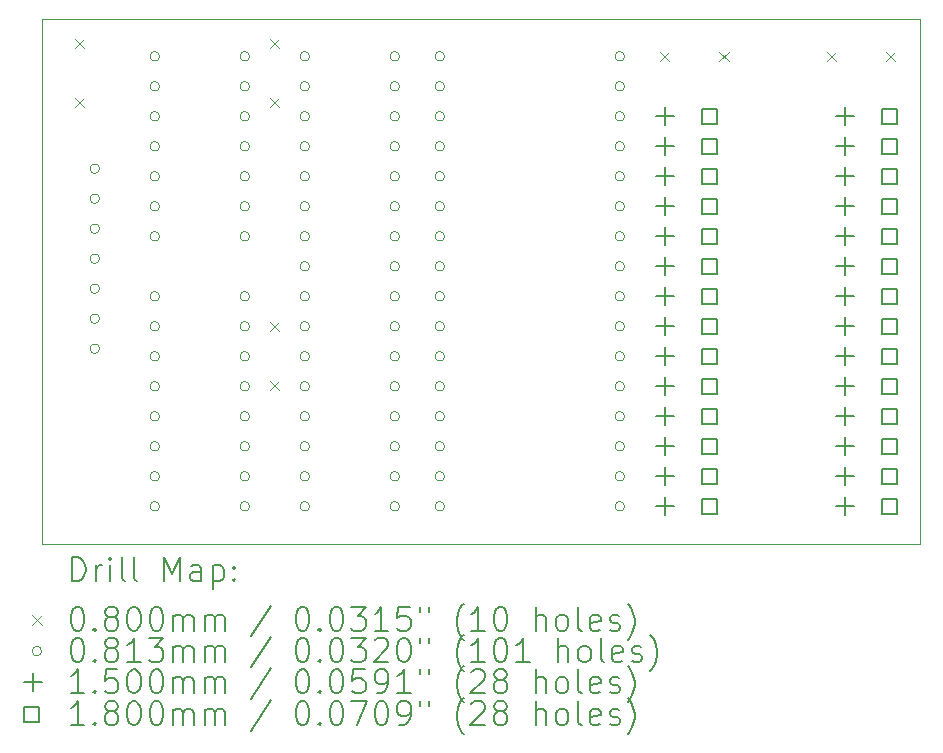
<source format=gbr>
%FSLAX45Y45*%
G04 Gerber Fmt 4.5, Leading zero omitted, Abs format (unit mm)*
G04 Created by KiCad (PCBNEW (6.0.6)) date 2022-10-18 23:29:13*
%MOMM*%
%LPD*%
G01*
G04 APERTURE LIST*
%TA.AperFunction,Profile*%
%ADD10C,0.100000*%
%TD*%
%ADD11C,0.200000*%
%ADD12C,0.080000*%
%ADD13C,0.081280*%
%ADD14C,0.150000*%
%ADD15C,0.180000*%
G04 APERTURE END LIST*
D10*
X21145500Y-9715500D02*
X28575000Y-9715500D01*
X28575000Y-9715500D02*
X28575000Y-14160500D01*
X21145500Y-9715500D02*
X21145500Y-14160500D01*
X21145500Y-14160500D02*
X28575000Y-14160500D01*
D11*
D12*
X21423000Y-9886700D02*
X21503000Y-9966700D01*
X21503000Y-9886700D02*
X21423000Y-9966700D01*
X21423000Y-10386700D02*
X21503000Y-10466700D01*
X21503000Y-10386700D02*
X21423000Y-10466700D01*
X23074000Y-9886700D02*
X23154000Y-9966700D01*
X23154000Y-9886700D02*
X23074000Y-9966700D01*
X23074000Y-10386700D02*
X23154000Y-10466700D01*
X23154000Y-10386700D02*
X23074000Y-10466700D01*
X23074000Y-12279000D02*
X23154000Y-12359000D01*
X23154000Y-12279000D02*
X23074000Y-12359000D01*
X23074000Y-12779000D02*
X23154000Y-12859000D01*
X23154000Y-12779000D02*
X23074000Y-12859000D01*
X26376000Y-9993000D02*
X26456000Y-10073000D01*
X26456000Y-9993000D02*
X26376000Y-10073000D01*
X26876000Y-9993000D02*
X26956000Y-10073000D01*
X26956000Y-9993000D02*
X26876000Y-10073000D01*
X27785700Y-9993000D02*
X27865700Y-10073000D01*
X27865700Y-9993000D02*
X27785700Y-10073000D01*
X28285700Y-9993000D02*
X28365700Y-10073000D01*
X28365700Y-9993000D02*
X28285700Y-10073000D01*
D13*
X21630640Y-10985500D02*
G75*
G03*
X21630640Y-10985500I-40640J0D01*
G01*
X21630640Y-11239500D02*
G75*
G03*
X21630640Y-11239500I-40640J0D01*
G01*
X21630640Y-11493500D02*
G75*
G03*
X21630640Y-11493500I-40640J0D01*
G01*
X21630640Y-11747500D02*
G75*
G03*
X21630640Y-11747500I-40640J0D01*
G01*
X21630640Y-12001500D02*
G75*
G03*
X21630640Y-12001500I-40640J0D01*
G01*
X21630640Y-12255500D02*
G75*
G03*
X21630640Y-12255500I-40640J0D01*
G01*
X21630640Y-12509500D02*
G75*
G03*
X21630640Y-12509500I-40640J0D01*
G01*
X22138640Y-10033000D02*
G75*
G03*
X22138640Y-10033000I-40640J0D01*
G01*
X22138640Y-10287000D02*
G75*
G03*
X22138640Y-10287000I-40640J0D01*
G01*
X22138640Y-10541000D02*
G75*
G03*
X22138640Y-10541000I-40640J0D01*
G01*
X22138640Y-10795000D02*
G75*
G03*
X22138640Y-10795000I-40640J0D01*
G01*
X22138640Y-11049000D02*
G75*
G03*
X22138640Y-11049000I-40640J0D01*
G01*
X22138640Y-11303000D02*
G75*
G03*
X22138640Y-11303000I-40640J0D01*
G01*
X22138640Y-11557000D02*
G75*
G03*
X22138640Y-11557000I-40640J0D01*
G01*
X22138640Y-12065000D02*
G75*
G03*
X22138640Y-12065000I-40640J0D01*
G01*
X22138640Y-12319000D02*
G75*
G03*
X22138640Y-12319000I-40640J0D01*
G01*
X22138640Y-12573000D02*
G75*
G03*
X22138640Y-12573000I-40640J0D01*
G01*
X22138640Y-12827000D02*
G75*
G03*
X22138640Y-12827000I-40640J0D01*
G01*
X22138640Y-13081000D02*
G75*
G03*
X22138640Y-13081000I-40640J0D01*
G01*
X22138640Y-13335000D02*
G75*
G03*
X22138640Y-13335000I-40640J0D01*
G01*
X22138640Y-13589000D02*
G75*
G03*
X22138640Y-13589000I-40640J0D01*
G01*
X22138640Y-13843000D02*
G75*
G03*
X22138640Y-13843000I-40640J0D01*
G01*
X22900640Y-10033000D02*
G75*
G03*
X22900640Y-10033000I-40640J0D01*
G01*
X22900640Y-10287000D02*
G75*
G03*
X22900640Y-10287000I-40640J0D01*
G01*
X22900640Y-10541000D02*
G75*
G03*
X22900640Y-10541000I-40640J0D01*
G01*
X22900640Y-10795000D02*
G75*
G03*
X22900640Y-10795000I-40640J0D01*
G01*
X22900640Y-11049000D02*
G75*
G03*
X22900640Y-11049000I-40640J0D01*
G01*
X22900640Y-11303000D02*
G75*
G03*
X22900640Y-11303000I-40640J0D01*
G01*
X22900640Y-11557000D02*
G75*
G03*
X22900640Y-11557000I-40640J0D01*
G01*
X22900640Y-12065000D02*
G75*
G03*
X22900640Y-12065000I-40640J0D01*
G01*
X22900640Y-12319000D02*
G75*
G03*
X22900640Y-12319000I-40640J0D01*
G01*
X22900640Y-12573000D02*
G75*
G03*
X22900640Y-12573000I-40640J0D01*
G01*
X22900640Y-12827000D02*
G75*
G03*
X22900640Y-12827000I-40640J0D01*
G01*
X22900640Y-13081000D02*
G75*
G03*
X22900640Y-13081000I-40640J0D01*
G01*
X22900640Y-13335000D02*
G75*
G03*
X22900640Y-13335000I-40640J0D01*
G01*
X22900640Y-13589000D02*
G75*
G03*
X22900640Y-13589000I-40640J0D01*
G01*
X22900640Y-13843000D02*
G75*
G03*
X22900640Y-13843000I-40640J0D01*
G01*
X23408640Y-10033000D02*
G75*
G03*
X23408640Y-10033000I-40640J0D01*
G01*
X23408640Y-10287000D02*
G75*
G03*
X23408640Y-10287000I-40640J0D01*
G01*
X23408640Y-10541000D02*
G75*
G03*
X23408640Y-10541000I-40640J0D01*
G01*
X23408640Y-10795000D02*
G75*
G03*
X23408640Y-10795000I-40640J0D01*
G01*
X23408640Y-11049000D02*
G75*
G03*
X23408640Y-11049000I-40640J0D01*
G01*
X23408640Y-11303000D02*
G75*
G03*
X23408640Y-11303000I-40640J0D01*
G01*
X23408640Y-11557000D02*
G75*
G03*
X23408640Y-11557000I-40640J0D01*
G01*
X23408640Y-11811000D02*
G75*
G03*
X23408640Y-11811000I-40640J0D01*
G01*
X23408640Y-12065000D02*
G75*
G03*
X23408640Y-12065000I-40640J0D01*
G01*
X23408640Y-12319000D02*
G75*
G03*
X23408640Y-12319000I-40640J0D01*
G01*
X23408640Y-12573000D02*
G75*
G03*
X23408640Y-12573000I-40640J0D01*
G01*
X23408640Y-12827000D02*
G75*
G03*
X23408640Y-12827000I-40640J0D01*
G01*
X23408640Y-13081000D02*
G75*
G03*
X23408640Y-13081000I-40640J0D01*
G01*
X23408640Y-13335000D02*
G75*
G03*
X23408640Y-13335000I-40640J0D01*
G01*
X23408640Y-13589000D02*
G75*
G03*
X23408640Y-13589000I-40640J0D01*
G01*
X23408640Y-13843000D02*
G75*
G03*
X23408640Y-13843000I-40640J0D01*
G01*
X24170640Y-10033000D02*
G75*
G03*
X24170640Y-10033000I-40640J0D01*
G01*
X24170640Y-10287000D02*
G75*
G03*
X24170640Y-10287000I-40640J0D01*
G01*
X24170640Y-10541000D02*
G75*
G03*
X24170640Y-10541000I-40640J0D01*
G01*
X24170640Y-10795000D02*
G75*
G03*
X24170640Y-10795000I-40640J0D01*
G01*
X24170640Y-11049000D02*
G75*
G03*
X24170640Y-11049000I-40640J0D01*
G01*
X24170640Y-11303000D02*
G75*
G03*
X24170640Y-11303000I-40640J0D01*
G01*
X24170640Y-11557000D02*
G75*
G03*
X24170640Y-11557000I-40640J0D01*
G01*
X24170640Y-11811000D02*
G75*
G03*
X24170640Y-11811000I-40640J0D01*
G01*
X24170640Y-12065000D02*
G75*
G03*
X24170640Y-12065000I-40640J0D01*
G01*
X24170640Y-12319000D02*
G75*
G03*
X24170640Y-12319000I-40640J0D01*
G01*
X24170640Y-12573000D02*
G75*
G03*
X24170640Y-12573000I-40640J0D01*
G01*
X24170640Y-12827000D02*
G75*
G03*
X24170640Y-12827000I-40640J0D01*
G01*
X24170640Y-13081000D02*
G75*
G03*
X24170640Y-13081000I-40640J0D01*
G01*
X24170640Y-13335000D02*
G75*
G03*
X24170640Y-13335000I-40640J0D01*
G01*
X24170640Y-13589000D02*
G75*
G03*
X24170640Y-13589000I-40640J0D01*
G01*
X24170640Y-13843000D02*
G75*
G03*
X24170640Y-13843000I-40640J0D01*
G01*
X24551640Y-10033000D02*
G75*
G03*
X24551640Y-10033000I-40640J0D01*
G01*
X24551640Y-10287000D02*
G75*
G03*
X24551640Y-10287000I-40640J0D01*
G01*
X24551640Y-10541000D02*
G75*
G03*
X24551640Y-10541000I-40640J0D01*
G01*
X24551640Y-10795000D02*
G75*
G03*
X24551640Y-10795000I-40640J0D01*
G01*
X24551640Y-11049000D02*
G75*
G03*
X24551640Y-11049000I-40640J0D01*
G01*
X24551640Y-11303000D02*
G75*
G03*
X24551640Y-11303000I-40640J0D01*
G01*
X24551640Y-11557000D02*
G75*
G03*
X24551640Y-11557000I-40640J0D01*
G01*
X24551640Y-11811000D02*
G75*
G03*
X24551640Y-11811000I-40640J0D01*
G01*
X24551640Y-12065000D02*
G75*
G03*
X24551640Y-12065000I-40640J0D01*
G01*
X24551640Y-12319000D02*
G75*
G03*
X24551640Y-12319000I-40640J0D01*
G01*
X24551640Y-12573000D02*
G75*
G03*
X24551640Y-12573000I-40640J0D01*
G01*
X24551640Y-12827000D02*
G75*
G03*
X24551640Y-12827000I-40640J0D01*
G01*
X24551640Y-13081000D02*
G75*
G03*
X24551640Y-13081000I-40640J0D01*
G01*
X24551640Y-13335000D02*
G75*
G03*
X24551640Y-13335000I-40640J0D01*
G01*
X24551640Y-13589000D02*
G75*
G03*
X24551640Y-13589000I-40640J0D01*
G01*
X24551640Y-13843000D02*
G75*
G03*
X24551640Y-13843000I-40640J0D01*
G01*
X26075640Y-10033000D02*
G75*
G03*
X26075640Y-10033000I-40640J0D01*
G01*
X26075640Y-10287000D02*
G75*
G03*
X26075640Y-10287000I-40640J0D01*
G01*
X26075640Y-10541000D02*
G75*
G03*
X26075640Y-10541000I-40640J0D01*
G01*
X26075640Y-10795000D02*
G75*
G03*
X26075640Y-10795000I-40640J0D01*
G01*
X26075640Y-11049000D02*
G75*
G03*
X26075640Y-11049000I-40640J0D01*
G01*
X26075640Y-11303000D02*
G75*
G03*
X26075640Y-11303000I-40640J0D01*
G01*
X26075640Y-11557000D02*
G75*
G03*
X26075640Y-11557000I-40640J0D01*
G01*
X26075640Y-11811000D02*
G75*
G03*
X26075640Y-11811000I-40640J0D01*
G01*
X26075640Y-12065000D02*
G75*
G03*
X26075640Y-12065000I-40640J0D01*
G01*
X26075640Y-12319000D02*
G75*
G03*
X26075640Y-12319000I-40640J0D01*
G01*
X26075640Y-12573000D02*
G75*
G03*
X26075640Y-12573000I-40640J0D01*
G01*
X26075640Y-12827000D02*
G75*
G03*
X26075640Y-12827000I-40640J0D01*
G01*
X26075640Y-13081000D02*
G75*
G03*
X26075640Y-13081000I-40640J0D01*
G01*
X26075640Y-13335000D02*
G75*
G03*
X26075640Y-13335000I-40640J0D01*
G01*
X26075640Y-13589000D02*
G75*
G03*
X26075640Y-13589000I-40640J0D01*
G01*
X26075640Y-13843000D02*
G75*
G03*
X26075640Y-13843000I-40640J0D01*
G01*
D14*
X26416000Y-10466000D02*
X26416000Y-10616000D01*
X26341000Y-10541000D02*
X26491000Y-10541000D01*
X26416000Y-10720000D02*
X26416000Y-10870000D01*
X26341000Y-10795000D02*
X26491000Y-10795000D01*
X26416000Y-10974000D02*
X26416000Y-11124000D01*
X26341000Y-11049000D02*
X26491000Y-11049000D01*
X26416000Y-11228000D02*
X26416000Y-11378000D01*
X26341000Y-11303000D02*
X26491000Y-11303000D01*
X26416000Y-11482000D02*
X26416000Y-11632000D01*
X26341000Y-11557000D02*
X26491000Y-11557000D01*
X26416000Y-11736000D02*
X26416000Y-11886000D01*
X26341000Y-11811000D02*
X26491000Y-11811000D01*
X26416000Y-11990000D02*
X26416000Y-12140000D01*
X26341000Y-12065000D02*
X26491000Y-12065000D01*
X26416000Y-12244000D02*
X26416000Y-12394000D01*
X26341000Y-12319000D02*
X26491000Y-12319000D01*
X26416000Y-12498000D02*
X26416000Y-12648000D01*
X26341000Y-12573000D02*
X26491000Y-12573000D01*
X26416000Y-12752000D02*
X26416000Y-12902000D01*
X26341000Y-12827000D02*
X26491000Y-12827000D01*
X26416000Y-13006000D02*
X26416000Y-13156000D01*
X26341000Y-13081000D02*
X26491000Y-13081000D01*
X26416000Y-13260000D02*
X26416000Y-13410000D01*
X26341000Y-13335000D02*
X26491000Y-13335000D01*
X26416000Y-13514000D02*
X26416000Y-13664000D01*
X26341000Y-13589000D02*
X26491000Y-13589000D01*
X26416000Y-13768000D02*
X26416000Y-13918000D01*
X26341000Y-13843000D02*
X26491000Y-13843000D01*
X27940000Y-10466000D02*
X27940000Y-10616000D01*
X27865000Y-10541000D02*
X28015000Y-10541000D01*
X27940000Y-10720000D02*
X27940000Y-10870000D01*
X27865000Y-10795000D02*
X28015000Y-10795000D01*
X27940000Y-10974000D02*
X27940000Y-11124000D01*
X27865000Y-11049000D02*
X28015000Y-11049000D01*
X27940000Y-11228000D02*
X27940000Y-11378000D01*
X27865000Y-11303000D02*
X28015000Y-11303000D01*
X27940000Y-11482000D02*
X27940000Y-11632000D01*
X27865000Y-11557000D02*
X28015000Y-11557000D01*
X27940000Y-11736000D02*
X27940000Y-11886000D01*
X27865000Y-11811000D02*
X28015000Y-11811000D01*
X27940000Y-11990000D02*
X27940000Y-12140000D01*
X27865000Y-12065000D02*
X28015000Y-12065000D01*
X27940000Y-12244000D02*
X27940000Y-12394000D01*
X27865000Y-12319000D02*
X28015000Y-12319000D01*
X27940000Y-12498000D02*
X27940000Y-12648000D01*
X27865000Y-12573000D02*
X28015000Y-12573000D01*
X27940000Y-12752000D02*
X27940000Y-12902000D01*
X27865000Y-12827000D02*
X28015000Y-12827000D01*
X27940000Y-13006000D02*
X27940000Y-13156000D01*
X27865000Y-13081000D02*
X28015000Y-13081000D01*
X27940000Y-13260000D02*
X27940000Y-13410000D01*
X27865000Y-13335000D02*
X28015000Y-13335000D01*
X27940000Y-13514000D02*
X27940000Y-13664000D01*
X27865000Y-13589000D02*
X28015000Y-13589000D01*
X27940000Y-13768000D02*
X27940000Y-13918000D01*
X27865000Y-13843000D02*
X28015000Y-13843000D01*
D15*
X26860640Y-10604640D02*
X26860640Y-10477360D01*
X26733360Y-10477360D01*
X26733360Y-10604640D01*
X26860640Y-10604640D01*
X26860640Y-10858640D02*
X26860640Y-10731360D01*
X26733360Y-10731360D01*
X26733360Y-10858640D01*
X26860640Y-10858640D01*
X26860640Y-11112640D02*
X26860640Y-10985360D01*
X26733360Y-10985360D01*
X26733360Y-11112640D01*
X26860640Y-11112640D01*
X26860640Y-11366640D02*
X26860640Y-11239360D01*
X26733360Y-11239360D01*
X26733360Y-11366640D01*
X26860640Y-11366640D01*
X26860640Y-11620640D02*
X26860640Y-11493360D01*
X26733360Y-11493360D01*
X26733360Y-11620640D01*
X26860640Y-11620640D01*
X26860640Y-11874640D02*
X26860640Y-11747360D01*
X26733360Y-11747360D01*
X26733360Y-11874640D01*
X26860640Y-11874640D01*
X26860640Y-12128640D02*
X26860640Y-12001360D01*
X26733360Y-12001360D01*
X26733360Y-12128640D01*
X26860640Y-12128640D01*
X26860640Y-12382640D02*
X26860640Y-12255360D01*
X26733360Y-12255360D01*
X26733360Y-12382640D01*
X26860640Y-12382640D01*
X26860640Y-12636640D02*
X26860640Y-12509360D01*
X26733360Y-12509360D01*
X26733360Y-12636640D01*
X26860640Y-12636640D01*
X26860640Y-12890640D02*
X26860640Y-12763360D01*
X26733360Y-12763360D01*
X26733360Y-12890640D01*
X26860640Y-12890640D01*
X26860640Y-13144640D02*
X26860640Y-13017360D01*
X26733360Y-13017360D01*
X26733360Y-13144640D01*
X26860640Y-13144640D01*
X26860640Y-13398640D02*
X26860640Y-13271360D01*
X26733360Y-13271360D01*
X26733360Y-13398640D01*
X26860640Y-13398640D01*
X26860640Y-13652640D02*
X26860640Y-13525360D01*
X26733360Y-13525360D01*
X26733360Y-13652640D01*
X26860640Y-13652640D01*
X26860640Y-13906640D02*
X26860640Y-13779360D01*
X26733360Y-13779360D01*
X26733360Y-13906640D01*
X26860640Y-13906640D01*
X28384640Y-10604640D02*
X28384640Y-10477360D01*
X28257360Y-10477360D01*
X28257360Y-10604640D01*
X28384640Y-10604640D01*
X28384640Y-10858640D02*
X28384640Y-10731360D01*
X28257360Y-10731360D01*
X28257360Y-10858640D01*
X28384640Y-10858640D01*
X28384640Y-11112640D02*
X28384640Y-10985360D01*
X28257360Y-10985360D01*
X28257360Y-11112640D01*
X28384640Y-11112640D01*
X28384640Y-11366640D02*
X28384640Y-11239360D01*
X28257360Y-11239360D01*
X28257360Y-11366640D01*
X28384640Y-11366640D01*
X28384640Y-11620640D02*
X28384640Y-11493360D01*
X28257360Y-11493360D01*
X28257360Y-11620640D01*
X28384640Y-11620640D01*
X28384640Y-11874640D02*
X28384640Y-11747360D01*
X28257360Y-11747360D01*
X28257360Y-11874640D01*
X28384640Y-11874640D01*
X28384640Y-12128640D02*
X28384640Y-12001360D01*
X28257360Y-12001360D01*
X28257360Y-12128640D01*
X28384640Y-12128640D01*
X28384640Y-12382640D02*
X28384640Y-12255360D01*
X28257360Y-12255360D01*
X28257360Y-12382640D01*
X28384640Y-12382640D01*
X28384640Y-12636640D02*
X28384640Y-12509360D01*
X28257360Y-12509360D01*
X28257360Y-12636640D01*
X28384640Y-12636640D01*
X28384640Y-12890640D02*
X28384640Y-12763360D01*
X28257360Y-12763360D01*
X28257360Y-12890640D01*
X28384640Y-12890640D01*
X28384640Y-13144640D02*
X28384640Y-13017360D01*
X28257360Y-13017360D01*
X28257360Y-13144640D01*
X28384640Y-13144640D01*
X28384640Y-13398640D02*
X28384640Y-13271360D01*
X28257360Y-13271360D01*
X28257360Y-13398640D01*
X28384640Y-13398640D01*
X28384640Y-13652640D02*
X28384640Y-13525360D01*
X28257360Y-13525360D01*
X28257360Y-13652640D01*
X28384640Y-13652640D01*
X28384640Y-13906640D02*
X28384640Y-13779360D01*
X28257360Y-13779360D01*
X28257360Y-13906640D01*
X28384640Y-13906640D01*
D11*
X21398119Y-14475976D02*
X21398119Y-14275976D01*
X21445738Y-14275976D01*
X21474310Y-14285500D01*
X21493357Y-14304548D01*
X21502881Y-14323595D01*
X21512405Y-14361690D01*
X21512405Y-14390262D01*
X21502881Y-14428357D01*
X21493357Y-14447405D01*
X21474310Y-14466452D01*
X21445738Y-14475976D01*
X21398119Y-14475976D01*
X21598119Y-14475976D02*
X21598119Y-14342643D01*
X21598119Y-14380738D02*
X21607643Y-14361690D01*
X21617167Y-14352167D01*
X21636214Y-14342643D01*
X21655262Y-14342643D01*
X21721929Y-14475976D02*
X21721929Y-14342643D01*
X21721929Y-14275976D02*
X21712405Y-14285500D01*
X21721929Y-14295024D01*
X21731452Y-14285500D01*
X21721929Y-14275976D01*
X21721929Y-14295024D01*
X21845738Y-14475976D02*
X21826690Y-14466452D01*
X21817167Y-14447405D01*
X21817167Y-14275976D01*
X21950500Y-14475976D02*
X21931452Y-14466452D01*
X21921929Y-14447405D01*
X21921929Y-14275976D01*
X22179071Y-14475976D02*
X22179071Y-14275976D01*
X22245738Y-14418833D01*
X22312405Y-14275976D01*
X22312405Y-14475976D01*
X22493357Y-14475976D02*
X22493357Y-14371214D01*
X22483833Y-14352167D01*
X22464786Y-14342643D01*
X22426690Y-14342643D01*
X22407643Y-14352167D01*
X22493357Y-14466452D02*
X22474309Y-14475976D01*
X22426690Y-14475976D01*
X22407643Y-14466452D01*
X22398119Y-14447405D01*
X22398119Y-14428357D01*
X22407643Y-14409309D01*
X22426690Y-14399786D01*
X22474309Y-14399786D01*
X22493357Y-14390262D01*
X22588595Y-14342643D02*
X22588595Y-14542643D01*
X22588595Y-14352167D02*
X22607643Y-14342643D01*
X22645738Y-14342643D01*
X22664786Y-14352167D01*
X22674309Y-14361690D01*
X22683833Y-14380738D01*
X22683833Y-14437881D01*
X22674309Y-14456928D01*
X22664786Y-14466452D01*
X22645738Y-14475976D01*
X22607643Y-14475976D01*
X22588595Y-14466452D01*
X22769548Y-14456928D02*
X22779071Y-14466452D01*
X22769548Y-14475976D01*
X22760024Y-14466452D01*
X22769548Y-14456928D01*
X22769548Y-14475976D01*
X22769548Y-14352167D02*
X22779071Y-14361690D01*
X22769548Y-14371214D01*
X22760024Y-14361690D01*
X22769548Y-14352167D01*
X22769548Y-14371214D01*
D12*
X21060500Y-14765500D02*
X21140500Y-14845500D01*
X21140500Y-14765500D02*
X21060500Y-14845500D01*
D11*
X21436214Y-14695976D02*
X21455262Y-14695976D01*
X21474310Y-14705500D01*
X21483833Y-14715024D01*
X21493357Y-14734071D01*
X21502881Y-14772167D01*
X21502881Y-14819786D01*
X21493357Y-14857881D01*
X21483833Y-14876928D01*
X21474310Y-14886452D01*
X21455262Y-14895976D01*
X21436214Y-14895976D01*
X21417167Y-14886452D01*
X21407643Y-14876928D01*
X21398119Y-14857881D01*
X21388595Y-14819786D01*
X21388595Y-14772167D01*
X21398119Y-14734071D01*
X21407643Y-14715024D01*
X21417167Y-14705500D01*
X21436214Y-14695976D01*
X21588595Y-14876928D02*
X21598119Y-14886452D01*
X21588595Y-14895976D01*
X21579071Y-14886452D01*
X21588595Y-14876928D01*
X21588595Y-14895976D01*
X21712405Y-14781690D02*
X21693357Y-14772167D01*
X21683833Y-14762643D01*
X21674310Y-14743595D01*
X21674310Y-14734071D01*
X21683833Y-14715024D01*
X21693357Y-14705500D01*
X21712405Y-14695976D01*
X21750500Y-14695976D01*
X21769548Y-14705500D01*
X21779071Y-14715024D01*
X21788595Y-14734071D01*
X21788595Y-14743595D01*
X21779071Y-14762643D01*
X21769548Y-14772167D01*
X21750500Y-14781690D01*
X21712405Y-14781690D01*
X21693357Y-14791214D01*
X21683833Y-14800738D01*
X21674310Y-14819786D01*
X21674310Y-14857881D01*
X21683833Y-14876928D01*
X21693357Y-14886452D01*
X21712405Y-14895976D01*
X21750500Y-14895976D01*
X21769548Y-14886452D01*
X21779071Y-14876928D01*
X21788595Y-14857881D01*
X21788595Y-14819786D01*
X21779071Y-14800738D01*
X21769548Y-14791214D01*
X21750500Y-14781690D01*
X21912405Y-14695976D02*
X21931452Y-14695976D01*
X21950500Y-14705500D01*
X21960024Y-14715024D01*
X21969548Y-14734071D01*
X21979071Y-14772167D01*
X21979071Y-14819786D01*
X21969548Y-14857881D01*
X21960024Y-14876928D01*
X21950500Y-14886452D01*
X21931452Y-14895976D01*
X21912405Y-14895976D01*
X21893357Y-14886452D01*
X21883833Y-14876928D01*
X21874310Y-14857881D01*
X21864786Y-14819786D01*
X21864786Y-14772167D01*
X21874310Y-14734071D01*
X21883833Y-14715024D01*
X21893357Y-14705500D01*
X21912405Y-14695976D01*
X22102881Y-14695976D02*
X22121929Y-14695976D01*
X22140976Y-14705500D01*
X22150500Y-14715024D01*
X22160024Y-14734071D01*
X22169548Y-14772167D01*
X22169548Y-14819786D01*
X22160024Y-14857881D01*
X22150500Y-14876928D01*
X22140976Y-14886452D01*
X22121929Y-14895976D01*
X22102881Y-14895976D01*
X22083833Y-14886452D01*
X22074310Y-14876928D01*
X22064786Y-14857881D01*
X22055262Y-14819786D01*
X22055262Y-14772167D01*
X22064786Y-14734071D01*
X22074310Y-14715024D01*
X22083833Y-14705500D01*
X22102881Y-14695976D01*
X22255262Y-14895976D02*
X22255262Y-14762643D01*
X22255262Y-14781690D02*
X22264786Y-14772167D01*
X22283833Y-14762643D01*
X22312405Y-14762643D01*
X22331452Y-14772167D01*
X22340976Y-14791214D01*
X22340976Y-14895976D01*
X22340976Y-14791214D02*
X22350500Y-14772167D01*
X22369548Y-14762643D01*
X22398119Y-14762643D01*
X22417167Y-14772167D01*
X22426690Y-14791214D01*
X22426690Y-14895976D01*
X22521928Y-14895976D02*
X22521928Y-14762643D01*
X22521928Y-14781690D02*
X22531452Y-14772167D01*
X22550500Y-14762643D01*
X22579071Y-14762643D01*
X22598119Y-14772167D01*
X22607643Y-14791214D01*
X22607643Y-14895976D01*
X22607643Y-14791214D02*
X22617167Y-14772167D01*
X22636214Y-14762643D01*
X22664786Y-14762643D01*
X22683833Y-14772167D01*
X22693357Y-14791214D01*
X22693357Y-14895976D01*
X23083833Y-14686452D02*
X22912405Y-14943595D01*
X23340976Y-14695976D02*
X23360024Y-14695976D01*
X23379071Y-14705500D01*
X23388595Y-14715024D01*
X23398119Y-14734071D01*
X23407643Y-14772167D01*
X23407643Y-14819786D01*
X23398119Y-14857881D01*
X23388595Y-14876928D01*
X23379071Y-14886452D01*
X23360024Y-14895976D01*
X23340976Y-14895976D01*
X23321928Y-14886452D01*
X23312405Y-14876928D01*
X23302881Y-14857881D01*
X23293357Y-14819786D01*
X23293357Y-14772167D01*
X23302881Y-14734071D01*
X23312405Y-14715024D01*
X23321928Y-14705500D01*
X23340976Y-14695976D01*
X23493357Y-14876928D02*
X23502881Y-14886452D01*
X23493357Y-14895976D01*
X23483833Y-14886452D01*
X23493357Y-14876928D01*
X23493357Y-14895976D01*
X23626690Y-14695976D02*
X23645738Y-14695976D01*
X23664786Y-14705500D01*
X23674309Y-14715024D01*
X23683833Y-14734071D01*
X23693357Y-14772167D01*
X23693357Y-14819786D01*
X23683833Y-14857881D01*
X23674309Y-14876928D01*
X23664786Y-14886452D01*
X23645738Y-14895976D01*
X23626690Y-14895976D01*
X23607643Y-14886452D01*
X23598119Y-14876928D01*
X23588595Y-14857881D01*
X23579071Y-14819786D01*
X23579071Y-14772167D01*
X23588595Y-14734071D01*
X23598119Y-14715024D01*
X23607643Y-14705500D01*
X23626690Y-14695976D01*
X23760024Y-14695976D02*
X23883833Y-14695976D01*
X23817167Y-14772167D01*
X23845738Y-14772167D01*
X23864786Y-14781690D01*
X23874309Y-14791214D01*
X23883833Y-14810262D01*
X23883833Y-14857881D01*
X23874309Y-14876928D01*
X23864786Y-14886452D01*
X23845738Y-14895976D01*
X23788595Y-14895976D01*
X23769548Y-14886452D01*
X23760024Y-14876928D01*
X24074309Y-14895976D02*
X23960024Y-14895976D01*
X24017167Y-14895976D02*
X24017167Y-14695976D01*
X23998119Y-14724548D01*
X23979071Y-14743595D01*
X23960024Y-14753119D01*
X24255262Y-14695976D02*
X24160024Y-14695976D01*
X24150500Y-14791214D01*
X24160024Y-14781690D01*
X24179071Y-14772167D01*
X24226690Y-14772167D01*
X24245738Y-14781690D01*
X24255262Y-14791214D01*
X24264786Y-14810262D01*
X24264786Y-14857881D01*
X24255262Y-14876928D01*
X24245738Y-14886452D01*
X24226690Y-14895976D01*
X24179071Y-14895976D01*
X24160024Y-14886452D01*
X24150500Y-14876928D01*
X24340976Y-14695976D02*
X24340976Y-14734071D01*
X24417167Y-14695976D02*
X24417167Y-14734071D01*
X24712405Y-14972167D02*
X24702881Y-14962643D01*
X24683833Y-14934071D01*
X24674309Y-14915024D01*
X24664786Y-14886452D01*
X24655262Y-14838833D01*
X24655262Y-14800738D01*
X24664786Y-14753119D01*
X24674309Y-14724548D01*
X24683833Y-14705500D01*
X24702881Y-14676928D01*
X24712405Y-14667405D01*
X24893357Y-14895976D02*
X24779071Y-14895976D01*
X24836214Y-14895976D02*
X24836214Y-14695976D01*
X24817167Y-14724548D01*
X24798119Y-14743595D01*
X24779071Y-14753119D01*
X25017167Y-14695976D02*
X25036214Y-14695976D01*
X25055262Y-14705500D01*
X25064786Y-14715024D01*
X25074309Y-14734071D01*
X25083833Y-14772167D01*
X25083833Y-14819786D01*
X25074309Y-14857881D01*
X25064786Y-14876928D01*
X25055262Y-14886452D01*
X25036214Y-14895976D01*
X25017167Y-14895976D01*
X24998119Y-14886452D01*
X24988595Y-14876928D01*
X24979071Y-14857881D01*
X24969548Y-14819786D01*
X24969548Y-14772167D01*
X24979071Y-14734071D01*
X24988595Y-14715024D01*
X24998119Y-14705500D01*
X25017167Y-14695976D01*
X25321928Y-14895976D02*
X25321928Y-14695976D01*
X25407643Y-14895976D02*
X25407643Y-14791214D01*
X25398119Y-14772167D01*
X25379071Y-14762643D01*
X25350500Y-14762643D01*
X25331452Y-14772167D01*
X25321928Y-14781690D01*
X25531452Y-14895976D02*
X25512405Y-14886452D01*
X25502881Y-14876928D01*
X25493357Y-14857881D01*
X25493357Y-14800738D01*
X25502881Y-14781690D01*
X25512405Y-14772167D01*
X25531452Y-14762643D01*
X25560024Y-14762643D01*
X25579071Y-14772167D01*
X25588595Y-14781690D01*
X25598119Y-14800738D01*
X25598119Y-14857881D01*
X25588595Y-14876928D01*
X25579071Y-14886452D01*
X25560024Y-14895976D01*
X25531452Y-14895976D01*
X25712405Y-14895976D02*
X25693357Y-14886452D01*
X25683833Y-14867405D01*
X25683833Y-14695976D01*
X25864786Y-14886452D02*
X25845738Y-14895976D01*
X25807643Y-14895976D01*
X25788595Y-14886452D01*
X25779071Y-14867405D01*
X25779071Y-14791214D01*
X25788595Y-14772167D01*
X25807643Y-14762643D01*
X25845738Y-14762643D01*
X25864786Y-14772167D01*
X25874309Y-14791214D01*
X25874309Y-14810262D01*
X25779071Y-14829309D01*
X25950500Y-14886452D02*
X25969548Y-14895976D01*
X26007643Y-14895976D01*
X26026690Y-14886452D01*
X26036214Y-14867405D01*
X26036214Y-14857881D01*
X26026690Y-14838833D01*
X26007643Y-14829309D01*
X25979071Y-14829309D01*
X25960024Y-14819786D01*
X25950500Y-14800738D01*
X25950500Y-14791214D01*
X25960024Y-14772167D01*
X25979071Y-14762643D01*
X26007643Y-14762643D01*
X26026690Y-14772167D01*
X26102881Y-14972167D02*
X26112405Y-14962643D01*
X26131452Y-14934071D01*
X26140976Y-14915024D01*
X26150500Y-14886452D01*
X26160024Y-14838833D01*
X26160024Y-14800738D01*
X26150500Y-14753119D01*
X26140976Y-14724548D01*
X26131452Y-14705500D01*
X26112405Y-14676928D01*
X26102881Y-14667405D01*
D13*
X21140500Y-15069500D02*
G75*
G03*
X21140500Y-15069500I-40640J0D01*
G01*
D11*
X21436214Y-14959976D02*
X21455262Y-14959976D01*
X21474310Y-14969500D01*
X21483833Y-14979024D01*
X21493357Y-14998071D01*
X21502881Y-15036167D01*
X21502881Y-15083786D01*
X21493357Y-15121881D01*
X21483833Y-15140928D01*
X21474310Y-15150452D01*
X21455262Y-15159976D01*
X21436214Y-15159976D01*
X21417167Y-15150452D01*
X21407643Y-15140928D01*
X21398119Y-15121881D01*
X21388595Y-15083786D01*
X21388595Y-15036167D01*
X21398119Y-14998071D01*
X21407643Y-14979024D01*
X21417167Y-14969500D01*
X21436214Y-14959976D01*
X21588595Y-15140928D02*
X21598119Y-15150452D01*
X21588595Y-15159976D01*
X21579071Y-15150452D01*
X21588595Y-15140928D01*
X21588595Y-15159976D01*
X21712405Y-15045690D02*
X21693357Y-15036167D01*
X21683833Y-15026643D01*
X21674310Y-15007595D01*
X21674310Y-14998071D01*
X21683833Y-14979024D01*
X21693357Y-14969500D01*
X21712405Y-14959976D01*
X21750500Y-14959976D01*
X21769548Y-14969500D01*
X21779071Y-14979024D01*
X21788595Y-14998071D01*
X21788595Y-15007595D01*
X21779071Y-15026643D01*
X21769548Y-15036167D01*
X21750500Y-15045690D01*
X21712405Y-15045690D01*
X21693357Y-15055214D01*
X21683833Y-15064738D01*
X21674310Y-15083786D01*
X21674310Y-15121881D01*
X21683833Y-15140928D01*
X21693357Y-15150452D01*
X21712405Y-15159976D01*
X21750500Y-15159976D01*
X21769548Y-15150452D01*
X21779071Y-15140928D01*
X21788595Y-15121881D01*
X21788595Y-15083786D01*
X21779071Y-15064738D01*
X21769548Y-15055214D01*
X21750500Y-15045690D01*
X21979071Y-15159976D02*
X21864786Y-15159976D01*
X21921929Y-15159976D02*
X21921929Y-14959976D01*
X21902881Y-14988548D01*
X21883833Y-15007595D01*
X21864786Y-15017119D01*
X22045738Y-14959976D02*
X22169548Y-14959976D01*
X22102881Y-15036167D01*
X22131452Y-15036167D01*
X22150500Y-15045690D01*
X22160024Y-15055214D01*
X22169548Y-15074262D01*
X22169548Y-15121881D01*
X22160024Y-15140928D01*
X22150500Y-15150452D01*
X22131452Y-15159976D01*
X22074310Y-15159976D01*
X22055262Y-15150452D01*
X22045738Y-15140928D01*
X22255262Y-15159976D02*
X22255262Y-15026643D01*
X22255262Y-15045690D02*
X22264786Y-15036167D01*
X22283833Y-15026643D01*
X22312405Y-15026643D01*
X22331452Y-15036167D01*
X22340976Y-15055214D01*
X22340976Y-15159976D01*
X22340976Y-15055214D02*
X22350500Y-15036167D01*
X22369548Y-15026643D01*
X22398119Y-15026643D01*
X22417167Y-15036167D01*
X22426690Y-15055214D01*
X22426690Y-15159976D01*
X22521928Y-15159976D02*
X22521928Y-15026643D01*
X22521928Y-15045690D02*
X22531452Y-15036167D01*
X22550500Y-15026643D01*
X22579071Y-15026643D01*
X22598119Y-15036167D01*
X22607643Y-15055214D01*
X22607643Y-15159976D01*
X22607643Y-15055214D02*
X22617167Y-15036167D01*
X22636214Y-15026643D01*
X22664786Y-15026643D01*
X22683833Y-15036167D01*
X22693357Y-15055214D01*
X22693357Y-15159976D01*
X23083833Y-14950452D02*
X22912405Y-15207595D01*
X23340976Y-14959976D02*
X23360024Y-14959976D01*
X23379071Y-14969500D01*
X23388595Y-14979024D01*
X23398119Y-14998071D01*
X23407643Y-15036167D01*
X23407643Y-15083786D01*
X23398119Y-15121881D01*
X23388595Y-15140928D01*
X23379071Y-15150452D01*
X23360024Y-15159976D01*
X23340976Y-15159976D01*
X23321928Y-15150452D01*
X23312405Y-15140928D01*
X23302881Y-15121881D01*
X23293357Y-15083786D01*
X23293357Y-15036167D01*
X23302881Y-14998071D01*
X23312405Y-14979024D01*
X23321928Y-14969500D01*
X23340976Y-14959976D01*
X23493357Y-15140928D02*
X23502881Y-15150452D01*
X23493357Y-15159976D01*
X23483833Y-15150452D01*
X23493357Y-15140928D01*
X23493357Y-15159976D01*
X23626690Y-14959976D02*
X23645738Y-14959976D01*
X23664786Y-14969500D01*
X23674309Y-14979024D01*
X23683833Y-14998071D01*
X23693357Y-15036167D01*
X23693357Y-15083786D01*
X23683833Y-15121881D01*
X23674309Y-15140928D01*
X23664786Y-15150452D01*
X23645738Y-15159976D01*
X23626690Y-15159976D01*
X23607643Y-15150452D01*
X23598119Y-15140928D01*
X23588595Y-15121881D01*
X23579071Y-15083786D01*
X23579071Y-15036167D01*
X23588595Y-14998071D01*
X23598119Y-14979024D01*
X23607643Y-14969500D01*
X23626690Y-14959976D01*
X23760024Y-14959976D02*
X23883833Y-14959976D01*
X23817167Y-15036167D01*
X23845738Y-15036167D01*
X23864786Y-15045690D01*
X23874309Y-15055214D01*
X23883833Y-15074262D01*
X23883833Y-15121881D01*
X23874309Y-15140928D01*
X23864786Y-15150452D01*
X23845738Y-15159976D01*
X23788595Y-15159976D01*
X23769548Y-15150452D01*
X23760024Y-15140928D01*
X23960024Y-14979024D02*
X23969548Y-14969500D01*
X23988595Y-14959976D01*
X24036214Y-14959976D01*
X24055262Y-14969500D01*
X24064786Y-14979024D01*
X24074309Y-14998071D01*
X24074309Y-15017119D01*
X24064786Y-15045690D01*
X23950500Y-15159976D01*
X24074309Y-15159976D01*
X24198119Y-14959976D02*
X24217167Y-14959976D01*
X24236214Y-14969500D01*
X24245738Y-14979024D01*
X24255262Y-14998071D01*
X24264786Y-15036167D01*
X24264786Y-15083786D01*
X24255262Y-15121881D01*
X24245738Y-15140928D01*
X24236214Y-15150452D01*
X24217167Y-15159976D01*
X24198119Y-15159976D01*
X24179071Y-15150452D01*
X24169548Y-15140928D01*
X24160024Y-15121881D01*
X24150500Y-15083786D01*
X24150500Y-15036167D01*
X24160024Y-14998071D01*
X24169548Y-14979024D01*
X24179071Y-14969500D01*
X24198119Y-14959976D01*
X24340976Y-14959976D02*
X24340976Y-14998071D01*
X24417167Y-14959976D02*
X24417167Y-14998071D01*
X24712405Y-15236167D02*
X24702881Y-15226643D01*
X24683833Y-15198071D01*
X24674309Y-15179024D01*
X24664786Y-15150452D01*
X24655262Y-15102833D01*
X24655262Y-15064738D01*
X24664786Y-15017119D01*
X24674309Y-14988548D01*
X24683833Y-14969500D01*
X24702881Y-14940928D01*
X24712405Y-14931405D01*
X24893357Y-15159976D02*
X24779071Y-15159976D01*
X24836214Y-15159976D02*
X24836214Y-14959976D01*
X24817167Y-14988548D01*
X24798119Y-15007595D01*
X24779071Y-15017119D01*
X25017167Y-14959976D02*
X25036214Y-14959976D01*
X25055262Y-14969500D01*
X25064786Y-14979024D01*
X25074309Y-14998071D01*
X25083833Y-15036167D01*
X25083833Y-15083786D01*
X25074309Y-15121881D01*
X25064786Y-15140928D01*
X25055262Y-15150452D01*
X25036214Y-15159976D01*
X25017167Y-15159976D01*
X24998119Y-15150452D01*
X24988595Y-15140928D01*
X24979071Y-15121881D01*
X24969548Y-15083786D01*
X24969548Y-15036167D01*
X24979071Y-14998071D01*
X24988595Y-14979024D01*
X24998119Y-14969500D01*
X25017167Y-14959976D01*
X25274309Y-15159976D02*
X25160024Y-15159976D01*
X25217167Y-15159976D02*
X25217167Y-14959976D01*
X25198119Y-14988548D01*
X25179071Y-15007595D01*
X25160024Y-15017119D01*
X25512405Y-15159976D02*
X25512405Y-14959976D01*
X25598119Y-15159976D02*
X25598119Y-15055214D01*
X25588595Y-15036167D01*
X25569548Y-15026643D01*
X25540976Y-15026643D01*
X25521928Y-15036167D01*
X25512405Y-15045690D01*
X25721928Y-15159976D02*
X25702881Y-15150452D01*
X25693357Y-15140928D01*
X25683833Y-15121881D01*
X25683833Y-15064738D01*
X25693357Y-15045690D01*
X25702881Y-15036167D01*
X25721928Y-15026643D01*
X25750500Y-15026643D01*
X25769548Y-15036167D01*
X25779071Y-15045690D01*
X25788595Y-15064738D01*
X25788595Y-15121881D01*
X25779071Y-15140928D01*
X25769548Y-15150452D01*
X25750500Y-15159976D01*
X25721928Y-15159976D01*
X25902881Y-15159976D02*
X25883833Y-15150452D01*
X25874309Y-15131405D01*
X25874309Y-14959976D01*
X26055262Y-15150452D02*
X26036214Y-15159976D01*
X25998119Y-15159976D01*
X25979071Y-15150452D01*
X25969548Y-15131405D01*
X25969548Y-15055214D01*
X25979071Y-15036167D01*
X25998119Y-15026643D01*
X26036214Y-15026643D01*
X26055262Y-15036167D01*
X26064786Y-15055214D01*
X26064786Y-15074262D01*
X25969548Y-15093309D01*
X26140976Y-15150452D02*
X26160024Y-15159976D01*
X26198119Y-15159976D01*
X26217167Y-15150452D01*
X26226690Y-15131405D01*
X26226690Y-15121881D01*
X26217167Y-15102833D01*
X26198119Y-15093309D01*
X26169548Y-15093309D01*
X26150500Y-15083786D01*
X26140976Y-15064738D01*
X26140976Y-15055214D01*
X26150500Y-15036167D01*
X26169548Y-15026643D01*
X26198119Y-15026643D01*
X26217167Y-15036167D01*
X26293357Y-15236167D02*
X26302881Y-15226643D01*
X26321928Y-15198071D01*
X26331452Y-15179024D01*
X26340976Y-15150452D01*
X26350500Y-15102833D01*
X26350500Y-15064738D01*
X26340976Y-15017119D01*
X26331452Y-14988548D01*
X26321928Y-14969500D01*
X26302881Y-14940928D01*
X26293357Y-14931405D01*
D14*
X21065500Y-15258500D02*
X21065500Y-15408500D01*
X20990500Y-15333500D02*
X21140500Y-15333500D01*
D11*
X21502881Y-15423976D02*
X21388595Y-15423976D01*
X21445738Y-15423976D02*
X21445738Y-15223976D01*
X21426690Y-15252548D01*
X21407643Y-15271595D01*
X21388595Y-15281119D01*
X21588595Y-15404928D02*
X21598119Y-15414452D01*
X21588595Y-15423976D01*
X21579071Y-15414452D01*
X21588595Y-15404928D01*
X21588595Y-15423976D01*
X21779071Y-15223976D02*
X21683833Y-15223976D01*
X21674310Y-15319214D01*
X21683833Y-15309690D01*
X21702881Y-15300167D01*
X21750500Y-15300167D01*
X21769548Y-15309690D01*
X21779071Y-15319214D01*
X21788595Y-15338262D01*
X21788595Y-15385881D01*
X21779071Y-15404928D01*
X21769548Y-15414452D01*
X21750500Y-15423976D01*
X21702881Y-15423976D01*
X21683833Y-15414452D01*
X21674310Y-15404928D01*
X21912405Y-15223976D02*
X21931452Y-15223976D01*
X21950500Y-15233500D01*
X21960024Y-15243024D01*
X21969548Y-15262071D01*
X21979071Y-15300167D01*
X21979071Y-15347786D01*
X21969548Y-15385881D01*
X21960024Y-15404928D01*
X21950500Y-15414452D01*
X21931452Y-15423976D01*
X21912405Y-15423976D01*
X21893357Y-15414452D01*
X21883833Y-15404928D01*
X21874310Y-15385881D01*
X21864786Y-15347786D01*
X21864786Y-15300167D01*
X21874310Y-15262071D01*
X21883833Y-15243024D01*
X21893357Y-15233500D01*
X21912405Y-15223976D01*
X22102881Y-15223976D02*
X22121929Y-15223976D01*
X22140976Y-15233500D01*
X22150500Y-15243024D01*
X22160024Y-15262071D01*
X22169548Y-15300167D01*
X22169548Y-15347786D01*
X22160024Y-15385881D01*
X22150500Y-15404928D01*
X22140976Y-15414452D01*
X22121929Y-15423976D01*
X22102881Y-15423976D01*
X22083833Y-15414452D01*
X22074310Y-15404928D01*
X22064786Y-15385881D01*
X22055262Y-15347786D01*
X22055262Y-15300167D01*
X22064786Y-15262071D01*
X22074310Y-15243024D01*
X22083833Y-15233500D01*
X22102881Y-15223976D01*
X22255262Y-15423976D02*
X22255262Y-15290643D01*
X22255262Y-15309690D02*
X22264786Y-15300167D01*
X22283833Y-15290643D01*
X22312405Y-15290643D01*
X22331452Y-15300167D01*
X22340976Y-15319214D01*
X22340976Y-15423976D01*
X22340976Y-15319214D02*
X22350500Y-15300167D01*
X22369548Y-15290643D01*
X22398119Y-15290643D01*
X22417167Y-15300167D01*
X22426690Y-15319214D01*
X22426690Y-15423976D01*
X22521928Y-15423976D02*
X22521928Y-15290643D01*
X22521928Y-15309690D02*
X22531452Y-15300167D01*
X22550500Y-15290643D01*
X22579071Y-15290643D01*
X22598119Y-15300167D01*
X22607643Y-15319214D01*
X22607643Y-15423976D01*
X22607643Y-15319214D02*
X22617167Y-15300167D01*
X22636214Y-15290643D01*
X22664786Y-15290643D01*
X22683833Y-15300167D01*
X22693357Y-15319214D01*
X22693357Y-15423976D01*
X23083833Y-15214452D02*
X22912405Y-15471595D01*
X23340976Y-15223976D02*
X23360024Y-15223976D01*
X23379071Y-15233500D01*
X23388595Y-15243024D01*
X23398119Y-15262071D01*
X23407643Y-15300167D01*
X23407643Y-15347786D01*
X23398119Y-15385881D01*
X23388595Y-15404928D01*
X23379071Y-15414452D01*
X23360024Y-15423976D01*
X23340976Y-15423976D01*
X23321928Y-15414452D01*
X23312405Y-15404928D01*
X23302881Y-15385881D01*
X23293357Y-15347786D01*
X23293357Y-15300167D01*
X23302881Y-15262071D01*
X23312405Y-15243024D01*
X23321928Y-15233500D01*
X23340976Y-15223976D01*
X23493357Y-15404928D02*
X23502881Y-15414452D01*
X23493357Y-15423976D01*
X23483833Y-15414452D01*
X23493357Y-15404928D01*
X23493357Y-15423976D01*
X23626690Y-15223976D02*
X23645738Y-15223976D01*
X23664786Y-15233500D01*
X23674309Y-15243024D01*
X23683833Y-15262071D01*
X23693357Y-15300167D01*
X23693357Y-15347786D01*
X23683833Y-15385881D01*
X23674309Y-15404928D01*
X23664786Y-15414452D01*
X23645738Y-15423976D01*
X23626690Y-15423976D01*
X23607643Y-15414452D01*
X23598119Y-15404928D01*
X23588595Y-15385881D01*
X23579071Y-15347786D01*
X23579071Y-15300167D01*
X23588595Y-15262071D01*
X23598119Y-15243024D01*
X23607643Y-15233500D01*
X23626690Y-15223976D01*
X23874309Y-15223976D02*
X23779071Y-15223976D01*
X23769548Y-15319214D01*
X23779071Y-15309690D01*
X23798119Y-15300167D01*
X23845738Y-15300167D01*
X23864786Y-15309690D01*
X23874309Y-15319214D01*
X23883833Y-15338262D01*
X23883833Y-15385881D01*
X23874309Y-15404928D01*
X23864786Y-15414452D01*
X23845738Y-15423976D01*
X23798119Y-15423976D01*
X23779071Y-15414452D01*
X23769548Y-15404928D01*
X23979071Y-15423976D02*
X24017167Y-15423976D01*
X24036214Y-15414452D01*
X24045738Y-15404928D01*
X24064786Y-15376357D01*
X24074309Y-15338262D01*
X24074309Y-15262071D01*
X24064786Y-15243024D01*
X24055262Y-15233500D01*
X24036214Y-15223976D01*
X23998119Y-15223976D01*
X23979071Y-15233500D01*
X23969548Y-15243024D01*
X23960024Y-15262071D01*
X23960024Y-15309690D01*
X23969548Y-15328738D01*
X23979071Y-15338262D01*
X23998119Y-15347786D01*
X24036214Y-15347786D01*
X24055262Y-15338262D01*
X24064786Y-15328738D01*
X24074309Y-15309690D01*
X24264786Y-15423976D02*
X24150500Y-15423976D01*
X24207643Y-15423976D02*
X24207643Y-15223976D01*
X24188595Y-15252548D01*
X24169548Y-15271595D01*
X24150500Y-15281119D01*
X24340976Y-15223976D02*
X24340976Y-15262071D01*
X24417167Y-15223976D02*
X24417167Y-15262071D01*
X24712405Y-15500167D02*
X24702881Y-15490643D01*
X24683833Y-15462071D01*
X24674309Y-15443024D01*
X24664786Y-15414452D01*
X24655262Y-15366833D01*
X24655262Y-15328738D01*
X24664786Y-15281119D01*
X24674309Y-15252548D01*
X24683833Y-15233500D01*
X24702881Y-15204928D01*
X24712405Y-15195405D01*
X24779071Y-15243024D02*
X24788595Y-15233500D01*
X24807643Y-15223976D01*
X24855262Y-15223976D01*
X24874309Y-15233500D01*
X24883833Y-15243024D01*
X24893357Y-15262071D01*
X24893357Y-15281119D01*
X24883833Y-15309690D01*
X24769548Y-15423976D01*
X24893357Y-15423976D01*
X25007643Y-15309690D02*
X24988595Y-15300167D01*
X24979071Y-15290643D01*
X24969548Y-15271595D01*
X24969548Y-15262071D01*
X24979071Y-15243024D01*
X24988595Y-15233500D01*
X25007643Y-15223976D01*
X25045738Y-15223976D01*
X25064786Y-15233500D01*
X25074309Y-15243024D01*
X25083833Y-15262071D01*
X25083833Y-15271595D01*
X25074309Y-15290643D01*
X25064786Y-15300167D01*
X25045738Y-15309690D01*
X25007643Y-15309690D01*
X24988595Y-15319214D01*
X24979071Y-15328738D01*
X24969548Y-15347786D01*
X24969548Y-15385881D01*
X24979071Y-15404928D01*
X24988595Y-15414452D01*
X25007643Y-15423976D01*
X25045738Y-15423976D01*
X25064786Y-15414452D01*
X25074309Y-15404928D01*
X25083833Y-15385881D01*
X25083833Y-15347786D01*
X25074309Y-15328738D01*
X25064786Y-15319214D01*
X25045738Y-15309690D01*
X25321928Y-15423976D02*
X25321928Y-15223976D01*
X25407643Y-15423976D02*
X25407643Y-15319214D01*
X25398119Y-15300167D01*
X25379071Y-15290643D01*
X25350500Y-15290643D01*
X25331452Y-15300167D01*
X25321928Y-15309690D01*
X25531452Y-15423976D02*
X25512405Y-15414452D01*
X25502881Y-15404928D01*
X25493357Y-15385881D01*
X25493357Y-15328738D01*
X25502881Y-15309690D01*
X25512405Y-15300167D01*
X25531452Y-15290643D01*
X25560024Y-15290643D01*
X25579071Y-15300167D01*
X25588595Y-15309690D01*
X25598119Y-15328738D01*
X25598119Y-15385881D01*
X25588595Y-15404928D01*
X25579071Y-15414452D01*
X25560024Y-15423976D01*
X25531452Y-15423976D01*
X25712405Y-15423976D02*
X25693357Y-15414452D01*
X25683833Y-15395405D01*
X25683833Y-15223976D01*
X25864786Y-15414452D02*
X25845738Y-15423976D01*
X25807643Y-15423976D01*
X25788595Y-15414452D01*
X25779071Y-15395405D01*
X25779071Y-15319214D01*
X25788595Y-15300167D01*
X25807643Y-15290643D01*
X25845738Y-15290643D01*
X25864786Y-15300167D01*
X25874309Y-15319214D01*
X25874309Y-15338262D01*
X25779071Y-15357309D01*
X25950500Y-15414452D02*
X25969548Y-15423976D01*
X26007643Y-15423976D01*
X26026690Y-15414452D01*
X26036214Y-15395405D01*
X26036214Y-15385881D01*
X26026690Y-15366833D01*
X26007643Y-15357309D01*
X25979071Y-15357309D01*
X25960024Y-15347786D01*
X25950500Y-15328738D01*
X25950500Y-15319214D01*
X25960024Y-15300167D01*
X25979071Y-15290643D01*
X26007643Y-15290643D01*
X26026690Y-15300167D01*
X26102881Y-15500167D02*
X26112405Y-15490643D01*
X26131452Y-15462071D01*
X26140976Y-15443024D01*
X26150500Y-15414452D01*
X26160024Y-15366833D01*
X26160024Y-15328738D01*
X26150500Y-15281119D01*
X26140976Y-15252548D01*
X26131452Y-15233500D01*
X26112405Y-15204928D01*
X26102881Y-15195405D01*
D15*
X21114140Y-15667140D02*
X21114140Y-15539860D01*
X20986860Y-15539860D01*
X20986860Y-15667140D01*
X21114140Y-15667140D01*
D11*
X21502881Y-15693976D02*
X21388595Y-15693976D01*
X21445738Y-15693976D02*
X21445738Y-15493976D01*
X21426690Y-15522548D01*
X21407643Y-15541595D01*
X21388595Y-15551119D01*
X21588595Y-15674928D02*
X21598119Y-15684452D01*
X21588595Y-15693976D01*
X21579071Y-15684452D01*
X21588595Y-15674928D01*
X21588595Y-15693976D01*
X21712405Y-15579690D02*
X21693357Y-15570167D01*
X21683833Y-15560643D01*
X21674310Y-15541595D01*
X21674310Y-15532071D01*
X21683833Y-15513024D01*
X21693357Y-15503500D01*
X21712405Y-15493976D01*
X21750500Y-15493976D01*
X21769548Y-15503500D01*
X21779071Y-15513024D01*
X21788595Y-15532071D01*
X21788595Y-15541595D01*
X21779071Y-15560643D01*
X21769548Y-15570167D01*
X21750500Y-15579690D01*
X21712405Y-15579690D01*
X21693357Y-15589214D01*
X21683833Y-15598738D01*
X21674310Y-15617786D01*
X21674310Y-15655881D01*
X21683833Y-15674928D01*
X21693357Y-15684452D01*
X21712405Y-15693976D01*
X21750500Y-15693976D01*
X21769548Y-15684452D01*
X21779071Y-15674928D01*
X21788595Y-15655881D01*
X21788595Y-15617786D01*
X21779071Y-15598738D01*
X21769548Y-15589214D01*
X21750500Y-15579690D01*
X21912405Y-15493976D02*
X21931452Y-15493976D01*
X21950500Y-15503500D01*
X21960024Y-15513024D01*
X21969548Y-15532071D01*
X21979071Y-15570167D01*
X21979071Y-15617786D01*
X21969548Y-15655881D01*
X21960024Y-15674928D01*
X21950500Y-15684452D01*
X21931452Y-15693976D01*
X21912405Y-15693976D01*
X21893357Y-15684452D01*
X21883833Y-15674928D01*
X21874310Y-15655881D01*
X21864786Y-15617786D01*
X21864786Y-15570167D01*
X21874310Y-15532071D01*
X21883833Y-15513024D01*
X21893357Y-15503500D01*
X21912405Y-15493976D01*
X22102881Y-15493976D02*
X22121929Y-15493976D01*
X22140976Y-15503500D01*
X22150500Y-15513024D01*
X22160024Y-15532071D01*
X22169548Y-15570167D01*
X22169548Y-15617786D01*
X22160024Y-15655881D01*
X22150500Y-15674928D01*
X22140976Y-15684452D01*
X22121929Y-15693976D01*
X22102881Y-15693976D01*
X22083833Y-15684452D01*
X22074310Y-15674928D01*
X22064786Y-15655881D01*
X22055262Y-15617786D01*
X22055262Y-15570167D01*
X22064786Y-15532071D01*
X22074310Y-15513024D01*
X22083833Y-15503500D01*
X22102881Y-15493976D01*
X22255262Y-15693976D02*
X22255262Y-15560643D01*
X22255262Y-15579690D02*
X22264786Y-15570167D01*
X22283833Y-15560643D01*
X22312405Y-15560643D01*
X22331452Y-15570167D01*
X22340976Y-15589214D01*
X22340976Y-15693976D01*
X22340976Y-15589214D02*
X22350500Y-15570167D01*
X22369548Y-15560643D01*
X22398119Y-15560643D01*
X22417167Y-15570167D01*
X22426690Y-15589214D01*
X22426690Y-15693976D01*
X22521928Y-15693976D02*
X22521928Y-15560643D01*
X22521928Y-15579690D02*
X22531452Y-15570167D01*
X22550500Y-15560643D01*
X22579071Y-15560643D01*
X22598119Y-15570167D01*
X22607643Y-15589214D01*
X22607643Y-15693976D01*
X22607643Y-15589214D02*
X22617167Y-15570167D01*
X22636214Y-15560643D01*
X22664786Y-15560643D01*
X22683833Y-15570167D01*
X22693357Y-15589214D01*
X22693357Y-15693976D01*
X23083833Y-15484452D02*
X22912405Y-15741595D01*
X23340976Y-15493976D02*
X23360024Y-15493976D01*
X23379071Y-15503500D01*
X23388595Y-15513024D01*
X23398119Y-15532071D01*
X23407643Y-15570167D01*
X23407643Y-15617786D01*
X23398119Y-15655881D01*
X23388595Y-15674928D01*
X23379071Y-15684452D01*
X23360024Y-15693976D01*
X23340976Y-15693976D01*
X23321928Y-15684452D01*
X23312405Y-15674928D01*
X23302881Y-15655881D01*
X23293357Y-15617786D01*
X23293357Y-15570167D01*
X23302881Y-15532071D01*
X23312405Y-15513024D01*
X23321928Y-15503500D01*
X23340976Y-15493976D01*
X23493357Y-15674928D02*
X23502881Y-15684452D01*
X23493357Y-15693976D01*
X23483833Y-15684452D01*
X23493357Y-15674928D01*
X23493357Y-15693976D01*
X23626690Y-15493976D02*
X23645738Y-15493976D01*
X23664786Y-15503500D01*
X23674309Y-15513024D01*
X23683833Y-15532071D01*
X23693357Y-15570167D01*
X23693357Y-15617786D01*
X23683833Y-15655881D01*
X23674309Y-15674928D01*
X23664786Y-15684452D01*
X23645738Y-15693976D01*
X23626690Y-15693976D01*
X23607643Y-15684452D01*
X23598119Y-15674928D01*
X23588595Y-15655881D01*
X23579071Y-15617786D01*
X23579071Y-15570167D01*
X23588595Y-15532071D01*
X23598119Y-15513024D01*
X23607643Y-15503500D01*
X23626690Y-15493976D01*
X23760024Y-15493976D02*
X23893357Y-15493976D01*
X23807643Y-15693976D01*
X24007643Y-15493976D02*
X24026690Y-15493976D01*
X24045738Y-15503500D01*
X24055262Y-15513024D01*
X24064786Y-15532071D01*
X24074309Y-15570167D01*
X24074309Y-15617786D01*
X24064786Y-15655881D01*
X24055262Y-15674928D01*
X24045738Y-15684452D01*
X24026690Y-15693976D01*
X24007643Y-15693976D01*
X23988595Y-15684452D01*
X23979071Y-15674928D01*
X23969548Y-15655881D01*
X23960024Y-15617786D01*
X23960024Y-15570167D01*
X23969548Y-15532071D01*
X23979071Y-15513024D01*
X23988595Y-15503500D01*
X24007643Y-15493976D01*
X24169548Y-15693976D02*
X24207643Y-15693976D01*
X24226690Y-15684452D01*
X24236214Y-15674928D01*
X24255262Y-15646357D01*
X24264786Y-15608262D01*
X24264786Y-15532071D01*
X24255262Y-15513024D01*
X24245738Y-15503500D01*
X24226690Y-15493976D01*
X24188595Y-15493976D01*
X24169548Y-15503500D01*
X24160024Y-15513024D01*
X24150500Y-15532071D01*
X24150500Y-15579690D01*
X24160024Y-15598738D01*
X24169548Y-15608262D01*
X24188595Y-15617786D01*
X24226690Y-15617786D01*
X24245738Y-15608262D01*
X24255262Y-15598738D01*
X24264786Y-15579690D01*
X24340976Y-15493976D02*
X24340976Y-15532071D01*
X24417167Y-15493976D02*
X24417167Y-15532071D01*
X24712405Y-15770167D02*
X24702881Y-15760643D01*
X24683833Y-15732071D01*
X24674309Y-15713024D01*
X24664786Y-15684452D01*
X24655262Y-15636833D01*
X24655262Y-15598738D01*
X24664786Y-15551119D01*
X24674309Y-15522548D01*
X24683833Y-15503500D01*
X24702881Y-15474928D01*
X24712405Y-15465405D01*
X24779071Y-15513024D02*
X24788595Y-15503500D01*
X24807643Y-15493976D01*
X24855262Y-15493976D01*
X24874309Y-15503500D01*
X24883833Y-15513024D01*
X24893357Y-15532071D01*
X24893357Y-15551119D01*
X24883833Y-15579690D01*
X24769548Y-15693976D01*
X24893357Y-15693976D01*
X25007643Y-15579690D02*
X24988595Y-15570167D01*
X24979071Y-15560643D01*
X24969548Y-15541595D01*
X24969548Y-15532071D01*
X24979071Y-15513024D01*
X24988595Y-15503500D01*
X25007643Y-15493976D01*
X25045738Y-15493976D01*
X25064786Y-15503500D01*
X25074309Y-15513024D01*
X25083833Y-15532071D01*
X25083833Y-15541595D01*
X25074309Y-15560643D01*
X25064786Y-15570167D01*
X25045738Y-15579690D01*
X25007643Y-15579690D01*
X24988595Y-15589214D01*
X24979071Y-15598738D01*
X24969548Y-15617786D01*
X24969548Y-15655881D01*
X24979071Y-15674928D01*
X24988595Y-15684452D01*
X25007643Y-15693976D01*
X25045738Y-15693976D01*
X25064786Y-15684452D01*
X25074309Y-15674928D01*
X25083833Y-15655881D01*
X25083833Y-15617786D01*
X25074309Y-15598738D01*
X25064786Y-15589214D01*
X25045738Y-15579690D01*
X25321928Y-15693976D02*
X25321928Y-15493976D01*
X25407643Y-15693976D02*
X25407643Y-15589214D01*
X25398119Y-15570167D01*
X25379071Y-15560643D01*
X25350500Y-15560643D01*
X25331452Y-15570167D01*
X25321928Y-15579690D01*
X25531452Y-15693976D02*
X25512405Y-15684452D01*
X25502881Y-15674928D01*
X25493357Y-15655881D01*
X25493357Y-15598738D01*
X25502881Y-15579690D01*
X25512405Y-15570167D01*
X25531452Y-15560643D01*
X25560024Y-15560643D01*
X25579071Y-15570167D01*
X25588595Y-15579690D01*
X25598119Y-15598738D01*
X25598119Y-15655881D01*
X25588595Y-15674928D01*
X25579071Y-15684452D01*
X25560024Y-15693976D01*
X25531452Y-15693976D01*
X25712405Y-15693976D02*
X25693357Y-15684452D01*
X25683833Y-15665405D01*
X25683833Y-15493976D01*
X25864786Y-15684452D02*
X25845738Y-15693976D01*
X25807643Y-15693976D01*
X25788595Y-15684452D01*
X25779071Y-15665405D01*
X25779071Y-15589214D01*
X25788595Y-15570167D01*
X25807643Y-15560643D01*
X25845738Y-15560643D01*
X25864786Y-15570167D01*
X25874309Y-15589214D01*
X25874309Y-15608262D01*
X25779071Y-15627309D01*
X25950500Y-15684452D02*
X25969548Y-15693976D01*
X26007643Y-15693976D01*
X26026690Y-15684452D01*
X26036214Y-15665405D01*
X26036214Y-15655881D01*
X26026690Y-15636833D01*
X26007643Y-15627309D01*
X25979071Y-15627309D01*
X25960024Y-15617786D01*
X25950500Y-15598738D01*
X25950500Y-15589214D01*
X25960024Y-15570167D01*
X25979071Y-15560643D01*
X26007643Y-15560643D01*
X26026690Y-15570167D01*
X26102881Y-15770167D02*
X26112405Y-15760643D01*
X26131452Y-15732071D01*
X26140976Y-15713024D01*
X26150500Y-15684452D01*
X26160024Y-15636833D01*
X26160024Y-15598738D01*
X26150500Y-15551119D01*
X26140976Y-15522548D01*
X26131452Y-15503500D01*
X26112405Y-15474928D01*
X26102881Y-15465405D01*
M02*

</source>
